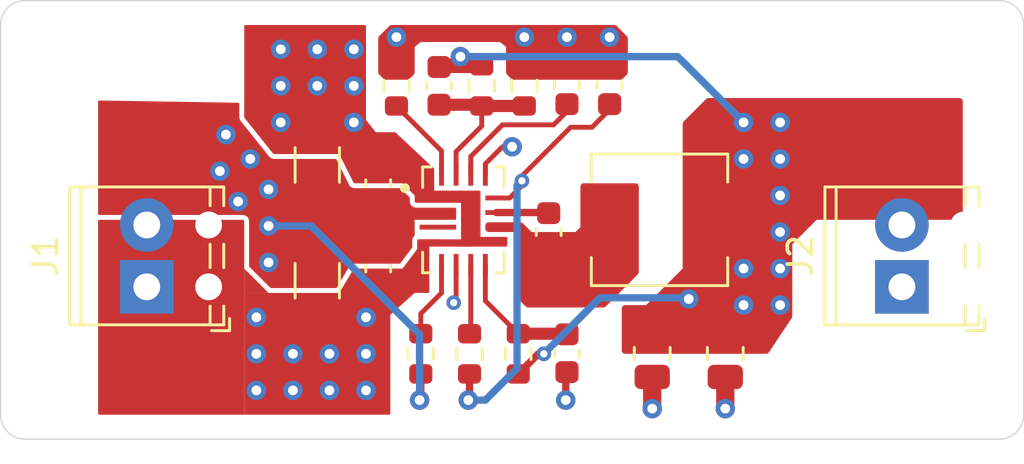
<source format=kicad_pcb>
(kicad_pcb (version 20211014) (generator pcbnew)
  (layers (0 "F.Cu" signal) (1 "In1.Cu" power) (2 "In2.Cu" power) (31 "B.Cu" signal) (34 "B.Paste" user) (35 "F.Paste" user) (36 "B.SilkS" user "B.Silkscreen") (37 "F.SilkS" user "F.Silkscreen") (38 "B.Mask" user) (39 "F.Mask" user) (44 "Edge.Cuts" user))
  (net 0 "")
  (net 1 "GND")
  (net 2 "VDD")
  (net 3 "/Vcc")
  (net 4 "/BST")
  (net 5 "/SS")
  (net 6 "/FB")
  (net 7 "/En")
  (net 8 "/PG")
  (net 9 "/FREQ")
  (net 10 "/BIAS")
  (net 11 "/Vout")
  (net 13 "Net-(C6-Pad2)")
  (footprint "Capacitor_SMD:C_1206_3216Metric" (layer "F.Cu") (at 138 72.5 -90)
    (fp_text reference "C1")
    (fp_text value "10u")
    (fp_line (start -0.711252 0.91) (end 0.711252 0.91) (layer "F.SilkS") (width 0.12))
    (fp_line (start -0.711252 -0.91) (end 0.711252 -0.91) (layer "F.SilkS") (width 0.12))
    (pad "1" smd roundrect locked (at -1.475 0 270) (size 1.15 1.8) (layers "F.Cu" "F.Paste" "F.Mask") (roundrect_rratio 0.217391) (net 2 "VDD"))
    (pad "2" smd roundrect locked (at 1.475 0 270) (size 1.15 1.8) (layers "F.Cu" "F.Paste" "F.Mask") (roundrect_rratio 0.217391) (net 1 "GND"))
  )
  (footprint "Capacitor_SMD:C_0603_1608Metric" (layer "F.Cu") (at 150 64.475 -90)
    (fp_text reference "C3")
    (fp_text value "1u")
    (fp_line (start -0.14058 -0.51) (end 0.14058 -0.51) (layer "F.SilkS") (width 0.12))
    (fp_line (start -0.14058 0.51) (end 0.14058 0.51) (layer "F.SilkS") (width 0.12))
    (pad "1" smd roundrect locked (at -0.775 0 270) (size 0.9 0.95) (layers "F.Cu" "F.Paste" "F.Mask") (net 1 "GND"))
    (pad "2" smd roundrect locked (at 0.775 0 270) (size 0.9 0.95) (layers "F.Cu" "F.Paste" "F.Mask") (net 3 "/Vcc"))
  )
  (footprint "Capacitor_SMD:C_0603_1608Metric" (layer "F.Cu") (at 140.5 68.5 90)
    (fp_text reference "C4")
    (fp_text value "0.1u")
    (fp_line (start -0.14058 0.51) (end 0.14058 0.51) (layer "F.SilkS") (width 0.12))
    (fp_line (start -0.14058 -0.51) (end 0.14058 -0.51) (layer "F.SilkS") (width 0.12))
    (pad "1" smd roundrect locked (at -0.775 0 90) (size 0.9 0.95) (layers "F.Cu" "F.Paste" "F.Mask") (net 2 "VDD"))
    (pad "2" smd roundrect locked (at 0.775 0 90) (size 0.9 0.95) (layers "F.Cu" "F.Paste" "F.Mask") (net 1 "GND"))
  )
  (footprint "Capacitor_SMD:C_0603_1608Metric" (layer "F.Cu") (at 140.5 72 -90)
    (fp_text reference "C5")
    (fp_text value "0.1u")
    (fp_line (start -0.14058 -0.51) (end 0.14058 -0.51) (layer "F.SilkS") (width 0.12))
    (fp_line (start -0.14058 0.51) (end 0.14058 0.51) (layer "F.SilkS") (width 0.12))
    (pad "1" smd roundrect locked (at -0.775 0 270) (size 0.9 0.95) (layers "F.Cu" "F.Paste" "F.Mask") (net 2 "VDD"))
    (pad "2" smd roundrect locked (at 0.775 0 270) (size 0.9 0.95) (layers "F.Cu" "F.Paste" "F.Mask") (net 1 "GND"))
  )
  (footprint "Capacitor_SMD:C_0603_1608Metric" (layer "F.Cu") (at 147.5 70.5 -90)
    (fp_text reference "C6")
    (fp_text value "0.1u")
    (fp_line (start -0.14058 -0.51) (end 0.14058 -0.51) (layer "F.SilkS") (width 0.12))
    (fp_line (start -0.14058 0.51) (end 0.14058 0.51) (layer "F.SilkS") (width 0.12))
    (pad "1" smd roundrect locked (at -0.775 0 270) (size 0.9 0.95) (layers "F.Cu" "F.Paste" "F.Mask") (net 4 "/BST"))
    (pad "2" smd roundrect locked (at 0.775 0 270) (size 0.9 0.95) (layers "F.Cu" "F.Paste" "F.Mask") (net 13 "Net-(C6-Pad2)"))
  )
  (footprint "Capacitor_SMD:C_0603_1608Metric" (layer "F.Cu") (at 148.25 75.475 90)
    (fp_text reference "C7")
    (fp_text value "0.1u")
    (fp_line (start -0.14058 0.51) (end 0.14058 0.51) (layer "F.SilkS") (width 0.12))
    (fp_line (start -0.14058 -0.51) (end 0.14058 -0.51) (layer "F.SilkS") (width 0.12))
    (pad "1" smd roundrect locked (at -0.775 0 90) (size 0.9 0.95) (layers "F.Cu" "F.Paste" "F.Mask") (net 1 "GND"))
    (pad "2" smd roundrect locked (at 0.775 0 90) (size 0.9 0.95) (layers "F.Cu" "F.Paste" "F.Mask") (net 10 "/BIAS"))
  )
  (footprint "Capacitor_SMD:C_0603_1608Metric" (layer "F.Cu") (at 148.25 64.475 -90)
    (fp_text reference "C8")
    (fp_text value "4.7u")
    (fp_line (start -0.14058 -0.51) (end 0.14058 -0.51) (layer "F.SilkS") (width 0.12))
    (fp_line (start -0.14058 0.51) (end 0.14058 0.51) (layer "F.SilkS") (width 0.12))
    (pad "1" smd roundrect locked (at -0.775 0 270) (size 0.9 0.95) (layers "F.Cu" "F.Paste" "F.Mask") (net 1 "GND"))
    (pad "2" smd roundrect locked (at 0.775 0 270) (size 0.9 0.95) (layers "F.Cu" "F.Paste" "F.Mask") (net 5 "/SS"))
  )
  (footprint "Capacitor_SMD:C_0603_1608Metric" (layer "F.Cu") (at 143 64.5 90)
    (fp_text reference "C9")
    (fp_text value "10p")
    (fp_line (start -0.14058 0.51) (end 0.14058 0.51) (layer "F.SilkS") (width 0.12))
    (fp_line (start -0.14058 -0.51) (end 0.14058 -0.51) (layer "F.SilkS") (width 0.12))
    (pad "1" smd roundrect locked (at -0.775 0 90) (size 0.9 0.95) (layers "F.Cu" "F.Paste" "F.Mask") (net 6 "/FB"))
    (pad "2" smd roundrect locked (at 0.775 0 90) (size 0.9 0.95) (layers "F.Cu" "F.Paste" "F.Mask") (net 11 "/Vout"))
  )
  (footprint "Capacitor_SMD:C_0805_2012Metric" (layer "F.Cu") (at 151.75 75.5 -90)
    (fp_text reference "C10")
    (fp_text value "22u")
    (fp_line (start -0.261252 -0.735) (end 0.261252 -0.735) (layer "F.SilkS") (width 0.12))
    (fp_line (start -0.261252 0.735) (end 0.261252 0.735) (layer "F.SilkS") (width 0.12))
    (pad "1" smd roundrect locked (at -0.95 0 270) (size 1 1.45) (layers "F.Cu" "F.Paste" "F.Mask") (net 11 "/Vout"))
    (pad "2" smd roundrect locked (at 0.95 0 270) (size 1 1.45) (layers "F.Cu" "F.Paste" "F.Mask") (net 1 "GND"))
  )
  (footprint "Capacitor_SMD:C_0805_2012Metric" (layer "F.Cu") (at 154.75 75.5 -90)
    (fp_text reference "C11")
    (fp_text value "22u")
    (fp_line (start -0.261252 -0.735) (end 0.261252 -0.735) (layer "F.SilkS") (width 0.12))
    (fp_line (start -0.261252 0.735) (end 0.261252 0.735) (layer "F.SilkS") (width 0.12))
    (pad "1" smd roundrect locked (at -0.95 0 270) (size 1 1.45) (layers "F.Cu" "F.Paste" "F.Mask") (net 11 "/Vout"))
    (pad "2" smd roundrect locked (at 0.95 0 270) (size 1 1.45) (layers "F.Cu" "F.Paste" "F.Mask") (net 1 "GND"))
  )
  (footprint "TerminalBlock_Phoenix:TerminalBlock_Phoenix_MPT-0,5-2-2.54_1x02_P2.54mm_Horizontal" (layer "F.Cu") (at 131 72.75 90)
    (fp_text reference "J1" (at 1.27 -4.16 90) (layer "F.SilkS"))
    (fp_text value "Screw_Terminal_01x02")
    (fp_line (start 0.79 3.16) (end 1.75 3.16) (layer "F.SilkS") (width 0.12))
    (fp_line (start 0.79 2.6) (end 1.75 2.6) (layer "F.SilkS") (width 0.12))
    (fp_line (start -1.56 2.6) (end -0.79 2.6) (layer "F.SilkS") (width 0.12))
    (fp_line (start -1.8 3.4) (end -1.3 3.4) (layer "F.SilkS") (width 0.12))
    (fp_line (start -1.56 -2.7) (end 4.1 -2.7) (layer "F.SilkS") (width 0.12))
    (fp_line (start 4.1 -3.16) (end 4.1 3.16) (layer "F.SilkS") (width 0.12))
    (fp_line (start -1.56 -3.16) (end -1.56 3.16) (layer "F.SilkS") (width 0.12))
    (fp_line (start 3.33 3.16) (end 4.1 3.16) (layer "F.SilkS") (width 0.12))
    (fp_line (start -1.56 -3.16) (end 4.1 -3.16) (layer "F.SilkS") (width 0.12))
    (fp_line (start 3.33 2.6) (end 4.1 2.6) (layer "F.SilkS") (width 0.12))
    (fp_line (start -1.8 2.66) (end -1.8 3.4) (layer "F.SilkS") (width 0.12))
    (fp_line (start -1.56 3.16) (end -0.79 3.16) (layer "F.SilkS") (width 0.12))
    (pad "" np_thru_hole circle (at 2.54 2.54 90) (size 1.1 1.1) (drill 1.1) (layers *.Cu *.Mask))
    (pad "" np_thru_hole circle (at 0 2.54 90) (size 1.1 1.1) (drill 1.1) (layers *.Cu *.Mask))
    (pad "1" thru_hole rect (at 0 0 90) (size 2.2 2.2) (drill 1.1) (layers *.Cu *.Mask) (net 1 "GND"))
    (pad "2" thru_hole circle (at 2.54 0 90) (size 2.2 2.2) (drill 1.1) (layers *.Cu *.Mask) (net 2 "VDD"))
  )
  (footprint "TerminalBlock_Phoenix:TerminalBlock_Phoenix_MPT-0,5-2-2.54_1x02_P2.54mm_Horizontal" (layer "F.Cu") (at 162 72.75 90)
    (fp_text reference "J2" (at 1.27 -4.16 90) (layer "F.SilkS"))
    (fp_text value "Screw_Terminal_01x02")
    (fp_line (start -1.56 2.6) (end -0.79 2.6) (layer "F.SilkS") (width 0.12))
    (fp_line (start -1.56 -3.16) (end -1.56 3.16) (layer "F.SilkS") (width 0.12))
    (fp_line (start -1.56 -2.7) (end 4.1 -2.7) (layer "F.SilkS") (width 0.12))
    (fp_line (start 0.79 3.16) (end 1.75 3.16) (layer "F.SilkS") (width 0.12))
    (fp_line (start -1.56 3.16) (end -0.79 3.16) (layer "F.SilkS") (width 0.12))
    (fp_line (start 3.33 3.16) (end 4.1 3.16) (layer "F.SilkS") (width 0.12))
    (fp_line (start -1.8 2.66) (end -1.8 3.4) (layer "F.SilkS") (width 0.12))
    (fp_line (start -1.56 -3.16) (end 4.1 -3.16) (layer "F.SilkS") (width 0.12))
    (fp_line (start 3.33 2.6) (end 4.1 2.6) (layer "F.SilkS") (width 0.12))
    (fp_line (start -1.8 3.4) (end -1.3 3.4) (layer "F.SilkS") (width 0.12))
    (fp_line (start 0.79 2.6) (end 1.75 2.6) (layer "F.SilkS") (width 0.12))
    (fp_line (start 4.1 -3.16) (end 4.1 3.16) (layer "F.SilkS") (width 0.12))
    (pad "" np_thru_hole circle (at 2.54 2.54 90) (size 1.1 1.1) (drill 1.1) (layers *.Cu *.Mask))
    (pad "" np_thru_hole circle (at 0 2.54 90) (size 1.1 1.1) (drill 1.1) (layers *.Cu *.Mask))
    (pad "1" thru_hole rect (at 0 0 90) (size 2.2 2.2) (drill 1.1) (layers *.Cu *.Mask) (net 1 "GND"))
    (pad "2" thru_hole circle (at 2.54 0 90) (size 2.2 2.2) (drill 1.1) (layers *.Cu *.Mask) (net 11 "/Vout"))
  )
  (footprint "Inductor_SMD:L_Sunlord_MWSA0518_5.4x5.2mm" (layer "F.Cu") (at 152.05 70)
    (fp_text reference "L1")
    (fp_text value "2.2u")
    (fp_line (start -2.8 2.7) (end -2.8 1.55) (layer "F.SilkS") (width 0.12))
    (fp_line (start -2.8 -2.7) (end -2.8 -1.55) (layer "F.SilkS") (width 0.12))
    (fp_line (start 2.8 -2.7) (end 2.8 -1.55) (layer "F.SilkS") (width 0.12))
    (fp_line (start -2.8 2.7) (end 2.8 2.7) (layer "F.SilkS") (width 0.12))
    (fp_line (start 2.8 2.7) (end 2.8 1.55) (layer "F.SilkS") (width 0.12))
    (fp_line (start -2.8 -2.7) (end 2.8 -2.7) (layer "F.SilkS") (width 0.12))
    (pad "1" smd rect locked (at -2.05 0) (size 1.9 2.5) (layers "F.Cu" "F.Paste" "F.Mask") (net 13 "Net-(C6-Pad2)"))
    (pad "2" smd rect locked (at 2.05 0) (size 1.9 2.5) (layers "F.Cu" "F.Paste" "F.Mask") (net 11 "/Vout"))
  )
  (footprint "Resistor_SMD:R_0603_1608Metric" (layer "F.Cu") (at 142.25 75.5 90)
    (fp_text reference "R1")
    (fp_text value "100k")
    (fp_line (start -0.237258 0.5225) (end 0.237258 0.5225) (layer "F.SilkS") (width 0.12))
    (fp_line (start -0.237258 -0.5225) (end 0.237258 -0.5225) (layer "F.SilkS") (width 0.12))
    (pad "1" smd roundrect locked (at -0.825 0 90) (size 0.8 0.95) (layers "F.Cu" "F.Paste" "F.Mask") (net 2 "VDD"))
    (pad "2" smd roundrect locked (at 0.825 0 90) (size 0.8 0.95) (layers "F.Cu" "F.Paste" "F.Mask") (net 7 "/En"))
  )
  (footprint "Resistor_SMD:R_0603_1608Metric" (layer "F.Cu") (at 144.25 75.5 -90)
    (fp_text reference "R2")
    (fp_text value "100k")
    (fp_line (start -0.237258 -0.5225) (end 0.237258 -0.5225) (layer "F.SilkS") (width 0.12))
    (fp_line (start -0.237258 0.5225) (end 0.237258 0.5225) (layer "F.SilkS") (width 0.12))
    (pad "1" smd roundrect locked (at -0.825 0 270) (size 0.8 0.95) (layers "F.Cu" "F.Paste" "F.Mask") (net 8 "/PG"))
    (pad "2" smd roundrect locked (at 0.825 0 270) (size 0.8 0.95) (layers "F.Cu" "F.Paste" "F.Mask") (net 3 "/Vcc"))
  )
  (footprint "Resistor_SMD:R_0603_1608Metric" (layer "F.Cu") (at 141.25 64.5 -90)
    (fp_text reference "R3")
    (fp_text value "169k")
    (fp_line (start -0.237258 -0.5225) (end 0.237258 -0.5225) (layer "F.SilkS") (width 0.12))
    (fp_line (start -0.237258 0.5225) (end 0.237258 0.5225) (layer "F.SilkS") (width 0.12))
    (pad "1" smd roundrect locked (at -0.825 0 270) (size 0.8 0.95) (layers "F.Cu" "F.Paste" "F.Mask") (net 1 "GND"))
    (pad "2" smd roundrect locked (at 0.825 0 270) (size 0.8 0.95) (layers "F.Cu" "F.Paste" "F.Mask") (net 9 "/FREQ"))
  )
  (footprint "Resistor_SMD:R_0603_1608Metric" (layer "F.Cu") (at 144.75 64.5 90)
    (fp_text reference "R4")
    (fp_text value "68.1k")
    (fp_line (start -0.237258 0.5225) (end 0.237258 0.5225) (layer "F.SilkS") (width 0.12))
    (fp_line (start -0.237258 -0.5225) (end 0.237258 -0.5225) (layer "F.SilkS") (width 0.12))
    (pad "1" smd roundrect locked (at -0.825 0 90) (size 0.8 0.95) (layers "F.Cu" "F.Paste" "F.Mask") (net 6 "/FB"))
    (pad "2" smd roundrect locked (at 0.825 0 90) (size 0.8 0.95) (layers "F.Cu" "F.Paste" "F.Mask") (net 11 "/Vout"))
  )
  (footprint "Resistor_SMD:R_0603_1608Metric" (layer "F.Cu") (at 146.25 75.5 -90)
    (fp_text reference "R6")
    (fp_text value "10")
    (fp_line (start -0.237258 -0.5225) (end 0.237258 -0.5225) (layer "F.SilkS") (width 0.12))
    (fp_line (start -0.237258 0.5225) (end 0.237258 0.5225) (layer "F.SilkS") (width 0.12))
    (pad "1" smd roundrect locked (at -0.825 0 270) (size 0.8 0.95) (layers "F.Cu" "F.Paste" "F.Mask") (net 10 "/BIAS"))
    (pad "2" smd roundrect locked (at 0.825 0 270) (size 0.8 0.95) (layers "F.Cu" "F.Paste" "F.Mask") (net 11 "/Vout"))
  )
  (footprint "Capacitor_SMD:C_1206_3216Metric" (layer "F.Cu") (at 138 67.75 90)
    (fp_text reference "C2")
    (fp_text value "10u")
    (fp_line (start -0.711252 -0.91) (end 0.711252 -0.91) (layer "F.SilkS") (width 0.12))
    (fp_line (start -0.711252 0.91) (end 0.711252 0.91) (layer "F.SilkS") (width 0.12))
    (pad "1" smd roundrect locked (at -1.475 0 90) (size 1.15 1.8) (layers "F.Cu" "F.Paste" "F.Mask") (roundrect_rratio 0.217391) (net 2 "VDD"))
    (pad "2" smd roundrect locked (at 1.475 0 90) (size 1.15 1.8) (layers "F.Cu" "F.Paste" "F.Mask") (roundrect_rratio 0.217391) (net 1 "GND"))
  )
  (footprint "Resistor_SMD:R_0603_1608Metric" (layer "F.Cu") (at 146.5 64.5 -90)
    (fp_text reference "R5")
    (fp_text value "13k")
    (fp_line (start -0.237258 0.5225) (end 0.237258 0.5225) (layer "F.SilkS") (width 0.12))
    (fp_line (start -0.237258 -0.5225) (end 0.237258 -0.5225) (layer "F.SilkS") (width 0.12))
    (pad "1" smd roundrect locked (at -0.825 0 270) (size 0.8 0.95) (layers "F.Cu" "F.Paste" "F.Mask") (net 1 "GND"))
    (pad "2" smd roundrect locked (at 0.825 0 270) (size 0.8 0.95) (layers "F.Cu" "F.Paste" "F.Mask") (net 6 "/FB"))
  )
  (footprint "buck_foot_lib:MPQ9842GL-Z" (layer "F.Cu") (at 144 70)
    (fp_text reference "U1")
    (fp_text value "MPQ9842GL")
    (fp_poly (pts (xy -1.8 -1.000001) (xy -1.8 -0.800001) (xy -0.8 -0.800001) (xy -0.8 -0.850001) (xy -0.95 -1.000001)) (layer "F.Cu") (width 0.1) (fill solid))
    (fp_line (start 1.6764 2.1717) (end 1.6764 1.332741) (layer "F.SilkS") (width 0.12))
    (fp_line (start 1.6764 -1.332741) (end 1.6764 -2.1717) (layer "F.SilkS") (width 0.12))
    (fp_line (start 1.332741 2.1717) (end 1.6764 2.1717) (layer "F.SilkS") (width 0.12))
    (fp_line (start -1.332741 -2.1717) (end -1.6764 -2.1717) (layer "F.SilkS") (width 0.12))
    (fp_line (start -1.6764 1.332741) (end -1.6764 2.1717) (layer "F.SilkS") (width 0.12))
    (fp_line (start -1.6764 -2.1717) (end -1.6764 -1.332741) (layer "F.SilkS") (width 0.12))
    (fp_line (start -1.6764 2.1717) (end -1.332741 2.1717) (layer "F.SilkS") (width 0.12))
    (fp_line (start 1.6764 -2.1717) (end 1.332741 -2.1717) (layer "F.SilkS") (width 0.12))
    (fp_circle (center -2.4 -1.3) (end -2.3 -1.3) (layer "F.SilkS") (width 0.2) (fill none))
    (pad "1" smd rect (at -1.3 -0.900001) (size 0.127 0.127) (layers "F.Cu" "F.Paste" "F.Mask") (net 1 "GND"))
    (pad "2" smd rect (at -1.05 -0.299999) (size 1.5 0.2) (layers "F.Cu" "F.Paste" "F.Mask") (net 2 "VDD"))
    (pad "3" smd rect (at -1.05 0.299999) (size 1.5 0.2) (layers "F.Cu" "F.Paste" "F.Mask"))
    (pad "4" smd rect (at -1.35 0.900001) (size 0.9 0.2) (layers "F.Cu" "F.Paste" "F.Mask") (net 1 "GND"))
    (pad "5" smd rect (at -0.900001 1.849999 90) (size 0.9 0.2) (layers "F.Cu" "F.Paste" "F.Mask") (net 7 "/En"))
    (pad "6" smd rect (at -0.299999 1.849999 90) (size 0.9 0.2) (layers "F.Cu" "F.Paste" "F.Mask") (net 1 "GND"))
    (pad "7" smd rect (at 0.299999 1.849999 90) (size 0.9 0.2) (layers "F.Cu" "F.Paste" "F.Mask") (net 8 "/PG"))
    (pad "8" smd rect (at 0.900001 1.849999 90) (size 0.9 0.2) (layers "F.Cu" "F.Paste" "F.Mask") (net 10 "/BIAS"))
    (pad "9" smd rect (at 1.35 0.900001) (size 0.9 0.2) (layers "F.Cu" "F.Paste" "F.Mask") (net 1 "GND"))
    (pad "10" smd rect (at 1.35 0.299999) (size 0.9 0.2) (layers "F.Cu" "F.Paste" "F.Mask") (net 13 "Net-(C6-Pad2)"))
    (pad "11" smd rect (at 1.35 -0.299999) (size 0.9 0.2) (layers "F.Cu" "F.Paste" "F.Mask") (net 4 "/BST"))
    (pad "12" smd rect (at 1.35 -0.900001) (size 0.9 0.2) (layers "F.Cu" "F.Paste" "F.Mask") (net 3 "/Vcc"))
    (pad "13" smd rect (at 0.900001 -1.849999 90) (size 0.9 0.2) (layers "F.Cu" "F.Paste" "F.Mask") (net 1 "GND"))
    (pad "14" smd rect (at 0.299999 -1.849999 90) (size 0.9 0.2) (layers "F.Cu" "F.Paste" "F.Mask") (net 5 "/SS"))
    (pad "15" smd rect (at -0.299999 -1.849999 90) (size 0.9 0.2) (layers "F.Cu" "F.Paste" "F.Mask") (net 6 "/FB"))
    (pad "16" smd rect (at -0.900001 -1.849999 90) (size 0.9 0.2) (layers "F.Cu" "F.Paste" "F.Mask") (net 9 "/FREQ"))
  )
  (gr_arc (start 167 78) (mid 166.707107 78.707107) (end 166 79) (layer "Edge.Cuts") (width 0.05))
  (gr_line (start 167 62) (end 167 78) (layer "Edge.Cuts") (width 0.05))
  (gr_line (start 166 79) (end 126 79) (layer "Edge.Cuts") (width 0.05))
  (gr_arc (start 125 62) (mid 125.292893 61.292893) (end 126 61) (layer "Edge.Cuts") (width 0.05))
  (gr_arc (start 166 61) (mid 166.707107 61.292893) (end 167 62) (layer "Edge.Cuts") (width 0.05))
  (gr_line (start 125 78) (end 125 62) (layer "Edge.Cuts") (width 0.05))
  (gr_line (start 126 61) (end 166 61) (layer "Edge.Cuts") (width 0.05))
  (gr_arc (start 126 79) (mid 125.292893 78.707107) (end 125 78) (layer "Edge.Cuts") (width 0.05))
  (segment (start 143.7 71.85) (end 143.7 73.3) (width 0.2) (layer "F.Cu") (net 1))
  (segment (start 144.9 68.15) (end 144.9 67.7) (width 0.2) (layer "F.Cu") (net 1))
  (segment (start 148.2 76.3) (end 148.25 76.25) (width 0.3) (layer "F.Cu") (net 1))
  (segment (start 154.75 76.45) (end 154.75 77.75) (width 0.75) (layer "F.Cu") (net 1))
  (segment (start 144.9 67.7) (end 145.6 67) (width 0.2) (layer "F.Cu") (net 1))
  (segment (start 151.75 76.45) (end 151.75 77.75) (width 0.75) (layer "F.Cu") (net 1))
  (segment (start 143.7 73.3) (end 143.6 73.4) (width 0.2) (layer "F.Cu") (net 1))
  (segment (start 148.2 77.4) (end 148.2 76.3) (width 0.3) (layer "F.Cu") (net 1))
  (via (at 138 64.5) (size 0.8) (drill 0.4) (layers "F.Cu" "B.Cu") (net 1))
  (via (at 154.75 77.75) (size 0.8) (drill 0.4) (layers "F.Cu" "B.Cu") (net 1))
  (via (at 146.5 62.5) (size 0.8) (drill 0.4) (layers "F.Cu" "B.Cu") (net 1))
  (via (at 138 63) (size 0.8) (drill 0.4) (layers "F.Cu" "B.Cu") (net 1))
  (via (at 141.25 62.5) (size 0.8) (drill 0.4) (layers "F.Cu" "B.Cu") (net 1))
  (via (at 139.5 63) (size 0.8) (drill 0.4) (layers "F.Cu" "B.Cu") (net 1))
  (via (at 135.5 74) (size 0.8) (drill 0.4) (layers "F.Cu" "B.Cu") (net 1))
  (via (at 139.5 64.5) (size 0.8) (drill 0.4) (layers "F.Cu" "B.Cu") (net 1))
  (via (at 135.5 77) (size 0.8) (drill 0.4) (layers "F.Cu" "B.Cu") (net 1))
  (via (at 138.5 75.5) (size 0.8) (drill 0.4) (layers "F.Cu" "B.Cu") (net 1))
  (via (at 137 77) (size 0.8) (drill 0.4) (layers "F.Cu" "B.Cu") (net 1))
  (via (at 148.25 62.5) (size 0.8) (drill 0.4) (layers "F.Cu" "B.Cu") (net 1))
  (via (at 140 77) (size 0.8) (drill 0.4) (layers "F.Cu" "B.Cu") (net 1))
  (via (at 136.5 64.5) (size 0.8) (drill 0.4) (layers "F.Cu" "B.Cu") (net 1))
  (via (at 143.6 73.4) (size 0.6) (drill 0.3) (layers "F.Cu" "B.Cu") (net 1))
  (via (at 146 67) (size 0.8) (drill 0.4) (layers "F.Cu" "B.Cu") (net 1))
  (via (at 140 74) (size 0.8) (drill 0.4) (layers "F.Cu" "B.Cu") (net 1))
  (via (at 150 62.5) (size 0.8) (drill 0.4) (layers "F.Cu" "B.Cu") (net 1))
  (via (at 137 75.5) (size 0.8) (drill 0.4) (layers "F.Cu" "B.Cu") (net 1))
  (via (at 151.75 77.75) (size 0.8) (drill 0.4) (layers "F.Cu" "B.Cu") (net 1))
  (via (at 136.5 66) (size 0.8) (drill 0.4) (layers "F.Cu" "B.Cu") (net 1))
  (via (at 136.5 63) (size 0.8) (drill 0.4) (layers "F.Cu" "B.Cu") (net 1))
  (via (at 138.5 77) (size 0.8) (drill 0.4) (layers "F.Cu" "B.Cu") (net 1))
  (via (at 140 75.5) (size 0.8) (drill 0.4) (layers "F.Cu" "B.Cu") (net 1))
  (via (at 135.5 75.5) (size 0.8) (drill 0.4) (layers "F.Cu" "B.Cu") (net 1))
  (via (at 139.5 66) (size 0.8) (drill 0.4) (layers "F.Cu" "B.Cu") (net 1))
  (via (at 148.2 77.4) (size 0.8) (drill 0.4) (layers "F.Cu" "B.Cu") (net 1))
  (segment (start 142.25 76.325) (end 142.25 77.35) (width 0.3) (layer "F.Cu") (net 2))
  (segment (start 142.25 77.35) (end 142.2 77.4) (width 0.2) (layer "F.Cu") (net 2))
  (via (at 142.2 77.4) (size 0.8) (drill 0.4) (layers "F.Cu" "B.Cu") (net 2))
  (via (at 135.25 67.5) (size 0.8) (drill 0.4) (layers "F.Cu" "B.Cu") (net 2))
  (via (at 136 68.75) (size 0.8) (drill 0.4) (layers "F.Cu" "B.Cu") (net 2))
  (via (at 136 70.25) (size 0.8) (drill 0.4) (layers "F.Cu" "B.Cu") (net 2))
  (via (at 134 68) (size 0.8) (drill 0.4) (layers "F.Cu" "B.Cu") (net 2))
  (via (at 134.25 66.5) (size 0.8) (drill 0.4) (layers "F.Cu" "B.Cu") (net 2))
  (via (at 136 71.75) (size 0.8) (drill 0.4) (layers "F.Cu" "B.Cu") (net 2))
  (via (at 134.75 69.25) (size 0.8) (drill 0.4) (layers "F.Cu" "B.Cu") (net 2))
  (segment (start 142.2 74.7) (end 137.75 70.25) (width 0.3) (layer "B.Cu") (net 2))
  (segment (start 142.2 77.4) (end 142.2 74.7) (width 0.3) (layer "B.Cu") (net 2))
  (segment (start 136.25 70.25) (end 136 70) (width 0.3) (layer "B.Cu") (net 2))
  (segment (start 137.75 70.25) (end 136.25 70.25) (width 0.3) (layer "B.Cu") (net 2))
  (segment (start 146.4 68.6) (end 146.4 68.4) (width 0.2) (layer "F.Cu") (net 3))
  (segment (start 144.25 76.325) (end 144.25 77.35) (width 0.3) (layer "F.Cu") (net 3))
  (segment (start 148.4 66.2) (end 146.4 68.2) (width 0.2) (layer "F.Cu") (net 3))
  (segment (start 145.35 69.1) (end 145.9 69.1) (width 0.2) (layer "F.Cu") (net 3))
  (segment (start 150 65.475) (end 149.275 66.2) (width 0.2) (layer "F.Cu") (net 3))
  (segment (start 146.4 68.2) (end 146.4 68.4) (width 0.2) (layer "F.Cu") (net 3))
  (segment (start 145.9 69.1) (end 146.4 68.6) (width 0.2) (layer "F.Cu") (net 3))
  (segment (start 150 65.25) (end 150 65.475) (width 0.2) (layer "F.Cu") (net 3))
  (segment (start 144.25 77.35) (end 144.2 77.4) (width 0.2) (layer "F.Cu") (net 3))
  (segment (start 149.275 66.2) (end 148.4 66.2) (width 0.2) (layer "F.Cu") (net 3))
  (via (at 146.4 68.4) (size 0.6) (drill 0.3) (layers "F.Cu" "B.Cu") (net 3))
  (via (at 144.2 77.4) (size 0.8) (drill 0.4) (layers "F.Cu" "B.Cu") (net 3))
  (segment (start 144.2 77.4) (end 144.9 77.4) (width 0.3) (layer "B.Cu") (net 3))
  (segment (start 144.9 77.4) (end 146.2 76.1) (width 0.3) (layer "B.Cu") (net 3))
  (segment (start 146.2 76.1) (end 146.2 68.6) (width 0.3) (layer "B.Cu") (net 3))
  (segment (start 146.2 68.6) (end 146.4 68.4) (width 0.3) (layer "B.Cu") (net 3))
  (segment (start 147.475 69.7) (end 147.5 69.725) (width 0.3) (layer "F.Cu") (net 4))
  (segment (start 145.35 69.7) (end 147.475 69.7) (width 0.3) (layer "F.Cu") (net 4))
  (segment (start 148.25 65.55) (end 148.25 65.25) (width 0.2) (layer "F.Cu") (net 5))
  (segment (start 147.7 66.1) (end 148.25 65.55) (width 0.2) (layer "F.Cu") (net 5))
  (segment (start 145.6 66.1) (end 147.7 66.1) (width 0.2) (layer "F.Cu") (net 5))
  (segment (start 144.3 67.4) (end 145.6 66.1) (width 0.2) (layer "F.Cu") (net 5))
  (segment (start 144.3 68.15) (end 144.3 67.4) (width 0.2) (layer "F.Cu") (net 5))
  (segment (start 143 65.275) (end 144.7 65.275) (width 0.5) (layer "F.Cu") (net 6))
  (segment (start 143.7 67.2) (end 144.75 66.15) (width 0.2) (layer "F.Cu") (net 6))
  (segment (start 144.75 66.15) (end 144.75 65.325) (width 0.2) (layer "F.Cu") (net 6))
  (segment (start 146.5 65.325) (end 144.75 65.325) (width 0.5) (layer "F.Cu") (net 6))
  (segment (start 143.7 68.15) (end 143.7 67.2) (width 0.2) (layer "F.Cu") (net 6))
  (segment (start 144.7 65.275) (end 144.75 65.325) (width 0.3) (layer "F.Cu") (net 6))
  (segment (start 143.1 73) (end 142.25 73.85) (width 0.2) (layer "F.Cu") (net 7))
  (segment (start 143.1 71.85) (end 143.1 73) (width 0.2) (layer "F.Cu") (net 7))
  (segment (start 142.25 73.85) (end 142.25 74.675) (width 0.2) (layer "F.Cu") (net 7))
  (segment (start 144.3 71.85) (end 144.3 74.625) (width 0.2) (layer "F.Cu") (net 8))
  (segment (start 144.3 74.625) (end 144.25 74.675) (width 0.2) (layer "F.Cu") (net 8))
  (segment (start 141.325 65.325) (end 141.25 65.325) (width 0.3) (layer "F.Cu") (net 9))
  (segment (start 143.1 67.175) (end 141.25 65.325) (width 0.2) (layer "F.Cu") (net 9))
  (segment (start 143.1 68.15) (end 143.1 67.175) (width 0.2) (layer "F.Cu") (net 9))
  (segment (start 146.25 74.675) (end 148.225 74.675) (width 0.5) (layer "F.Cu") (net 10))
  (segment (start 144.9 73.325) (end 146.25 74.675) (width 0.2) (layer "F.Cu") (net 10))
  (segment (start 144.9 71.85) (end 144.9 73.325) (width 0.2) (layer "F.Cu") (net 10))
  (segment (start 148.225 74.675) (end 148.25 74.7) (width 0.3) (layer "F.Cu") (net 10))
  (segment (start 143 63.725) (end 143.45 63.725) (width 0.5) (layer "F.Cu") (net 11))
  (segment (start 143.45 63.725) (end 143.875 63.3) (width 0.5) (layer "F.Cu") (net 11))
  (segment (start 147.3 75.5) (end 147.075 75.5) (width 0.3) (layer "F.Cu") (net 11))
  (segment (start 144.25 63.675) (end 143.875 63.3) (width 0.5) (layer "F.Cu") (net 11))
  (segment (start 144.75 63.675) (end 144.25 63.675) (width 0.5) (layer "F.Cu") (net 11))
  (segment (start 147.075 75.5) (end 146.25 76.325) (width 0.3) (layer "F.Cu") (net 11))
  (segment (start 144.7 63.725) (end 144.75 63.675) (width 0.5) (layer "F.Cu") (net 11))
  (segment (start 143 63.725) (end 144.7 63.725) (width 0.5) (layer "F.Cu") (net 11))
  (via (at 157 69) (size 0.8) (drill 0.4) (layers "F.Cu" "B.Cu") (net 11))
  (via (at 155.5 67.5) (size 0.8) (drill 0.4) (layers "F.Cu" "B.Cu") (net 11))
  (via (at 147.3 75.5) (size 0.6) (drill 0.3) (layers "F.Cu" "B.Cu") (net 11))
  (via (at 157 67.5) (size 0.8) (drill 0.4) (layers "F.Cu" "B.Cu") (net 11))
  (via (at 155.5 72) (size 0.8) (drill 0.4) (layers "F.Cu" "B.Cu") (net 11))
  (via (at 153.25 73.25) (size 0.8) (drill 0.4) (layers "F.Cu" "B.Cu") (net 11))
  (via (at 155.5 73.5) (size 0.8) (drill 0.4) (layers "F.Cu" "B.Cu") (net 11))
  (via (at 157 66) (size 0.8) (drill 0.4) (layers "F.Cu" "B.Cu") (net 11))
  (via (at 143.875 63.3) (size 0.8) (drill 0.4) (layers "F.Cu" "B.Cu") (net 11))
  (via (at 155.5 66) (size 0.8) (drill 0.4) (layers "F.Cu" "B.Cu") (net 11))
  (via (at 157 72) (size 0.8) (drill 0.4) (layers "F.Cu" "B.Cu") (net 11))
  (via (at 157 73.5) (size 0.8) (drill 0.4) (layers "F.Cu" "B.Cu") (net 11))
  (via (at 157 70.5) (size 0.8) (drill 0.4) (layers "F.Cu" "B.Cu") (net 11))
  (segment (start 149.6 73.2) (end 153.2 73.2) (width 0.3) (layer "B.Cu") (net 11))
  (segment (start 147.3 75.5) (end 149.6 73.2) (width 0.3) (layer "B.Cu") (net 11))
  (segment (start 153.2 73.2) (end 153.25 73.25) (width 0.3) (layer "B.Cu") (net 11))
  (segment (start 152.9 63.4) (end 155.5 66) (width 0.3) (layer "B.Cu") (net 11))
  (segment (start 143.875 63.3) (end 152.8 63.3) (width 0.3) (layer "B.Cu") (net 11))
  (zone (net 13) (net_name "Net-(C6-Pad2)") (layer "F.Cu") (priority 3) (connect_pads yes (clearance 0.2)) (min_thickness 0.254) (fill yes (thermal_gap 0.508) (thermal_bridge_width 0.508))
    (polygon (pts (xy 151.2 72.2) (xy 149.8 73.6) (xy 146.6 73.6) (xy 146.3 73.3) (xy 146.3 70.7) (xy 146.1 70.5) (xy 144.9 70.5) (xy 144.9 70.1) (xy 146.4 70.1) (xy 146.8 70.5) (xy 148.6 70.5) (xy 148.8 70.3) (xy 148.8 68.5) (xy 151.2 68.5)))
  )
  (zone (net 1) (net_name "GND") (layer "F.Cu") (priority 2) (connect_pads yes (clearance 0.2)) (min_thickness 0.1) (fill yes (thermal_gap 0.508) (thermal_bridge_width 0.508))
    (polygon (pts (xy 140 65.9) (xy 140.4 66.4) (xy 141.2 66.4) (xy 142.8 67.9) (xy 142.8 68.8) (xy 144.7 68.8) (xy 144.7 70.7) (xy 145.8 70.7) (xy 145.8 71.1) (xy 143.9 71.1) (xy 143.9 69.3) (xy 142 69.3) (xy 142 69) (xy 141.5 68.5) (xy 139.5 68.5) (xy 138.9 67.3) (xy 136.2 67.3) (xy 135 65.8) (xy 135 62) (xy 140 62)))
  )
  (zone (net 1) (net_name "GND") (layer "F.Cu") (priority 2) (connect_pads yes (clearance 0.2)) (min_thickness 0.1) (fill yes (thermal_gap 0.508) (thermal_bridge_width 0.508))
    (polygon (pts (xy 136 73) (xy 135 73) (xy 135 72)))
  )
  (zone (net 1) (net_name "GND") (layer "F.Cu") (priority 2) (connect_pads yes (clearance 0.2)) (min_thickness 0.1) (fill yes (thermal_gap 0.508) (thermal_bridge_width 0.508))
    (polygon (pts (xy 135 78) (xy 129 78) (xy 129 70) (xy 135 70)))
  )
  (zone (net 2) (net_name "VDD") (layer "F.Cu") (priority 1) (connect_pads yes (clearance 0.2)) (min_thickness 0.1) (fill yes (thermal_gap 0.508) (thermal_bridge_width 0.508))
    (polygon (pts (xy 135.2 65.2) (xy 136.5 66.9) (xy 139.8 67) (xy 142.2 68.7) (xy 142.2 69.2) (xy 144.1 69.2) (xy 144.1 70) (xy 142 70) (xy 142 72.3) (xy 139.6 72.3) (xy 138.9 73.7) (xy 136 73) (xy 135 72) (xy 135 70) (xy 129 70) (xy 129 65.1)))
  )
  (zone (net 1) (net_name "GND") (layer "F.Cu") (priority 2) (connect_pads yes (clearance 0.18)) (min_thickness 0.1) (fill yes (thermal_gap 0.508) (thermal_bridge_width 0.508))
    (polygon (pts (xy 144.1 71.1) (xy 142.6 71.1) (xy 142.6 73) (xy 142 73) (xy 141 73.9) (xy 141 78) (xy 135 78) (xy 135 74.6) (xy 135 73) (xy 138.9 73) (xy 139.5 72) (xy 141.5 72) (xy 142.1 71.2) (xy 142.1 70.8) (xy 143.8 70.8) (xy 144.4 70.8) (xy 144.4 71.1)))
  )
  (zone (net 1) (net_name "GND") (layer "F.Cu") (priority 3) (connect_pads yes (clearance 0.2)) (min_thickness 0.254) (fill yes (thermal_gap 0.508) (thermal_bridge_width 0.508))
    (polygon (pts (xy 150.75 62.5) (xy 150.75 64) (xy 150.5 64.25) (xy 146 64.25) (xy 145.75 64) (xy 145.75 62.9) (xy 145.5 62.7) (xy 142.25 62.7) (xy 142 62.9) (xy 142 64) (xy 141.75 64.25) (xy 140.75 64.25) (xy 140.5 64) (xy 140.5 62.5) (xy 141 62) (xy 150.25 62)))
  )
  (zone (net 11) (net_name "/Vout") (layer "F.Cu") (priority 3) (connect_pads yes (clearance 0.2)) (min_thickness 0.254) (fill yes (thermal_gap 0.508) (thermal_bridge_width 0.508))
    (polygon (pts (xy 164.5 70) (xy 158.5 70) (xy 157.5 71) (xy 157.5 74) (xy 156.5 75.5) (xy 150.5 75.5) (xy 150.5 73.5) (xy 151.5 73.5) (xy 153 72) (xy 153 66) (xy 154 65) (xy 164.5 65)))
  )
)
</source>
